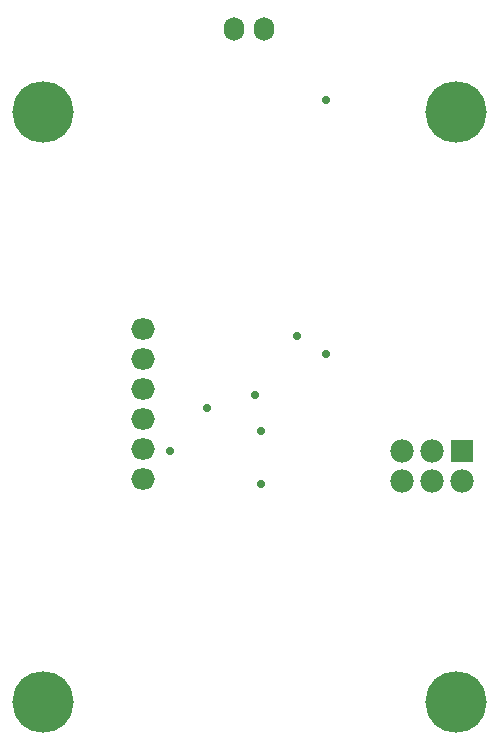
<source format=gbs>
%FSLAX25Y25*%
%MOIN*%
G70*
G01*
G75*
G04 Layer_Color=16711935*
%ADD10R,0.20000X0.20000*%
%ADD11R,0.31200X0.31200*%
%ADD12R,0.03543X0.03150*%
%ADD13R,0.08268X0.05512*%
%ADD14R,0.02165X0.06693*%
%ADD15R,0.06693X0.02165*%
%ADD16C,0.01969*%
%ADD17O,0.07087X0.06299*%
%ADD18O,0.05906X0.07087*%
%ADD19C,0.19685*%
%ADD20C,0.07000*%
%ADD21R,0.07000X0.07000*%
%ADD22C,0.01969*%
%ADD23C,0.01000*%
%ADD24C,0.00500*%
%ADD25C,0.00984*%
%ADD26C,0.02362*%
%ADD27C,0.00787*%
%ADD28R,0.20800X0.20800*%
%ADD29R,0.32000X0.32000*%
%ADD30R,0.04343X0.03950*%
%ADD31R,0.09068X0.06312*%
%ADD32R,0.02965X0.07493*%
%ADD33R,0.07493X0.02965*%
%ADD34O,0.07887X0.07099*%
%ADD35O,0.06706X0.07887*%
%ADD36C,0.20485*%
%ADD37C,0.07800*%
%ADD38R,0.07800X0.07800*%
%ADD39C,0.02769*%
D34*
X-35433Y-19567D02*
D03*
Y-29567D02*
D03*
Y-9567D02*
D03*
Y433D02*
D03*
Y10433D02*
D03*
Y-39567D02*
D03*
D35*
X-5000Y110236D02*
D03*
X5000D02*
D03*
D36*
X-68898Y-114173D02*
D03*
X68898D02*
D03*
Y82677D02*
D03*
X-68898D02*
D03*
D37*
X51024Y-30433D02*
D03*
X61024D02*
D03*
X71024Y-40433D02*
D03*
X61024D02*
D03*
X51024D02*
D03*
D38*
X71024Y-30433D02*
D03*
D39*
X3937Y-23622D02*
D03*
X-14173Y-16142D02*
D03*
X-26378Y-30315D02*
D03*
X1969Y-11811D02*
D03*
X15748Y7874D02*
D03*
X25591Y86614D02*
D03*
Y1969D02*
D03*
X3937Y-41339D02*
D03*
M02*

</source>
